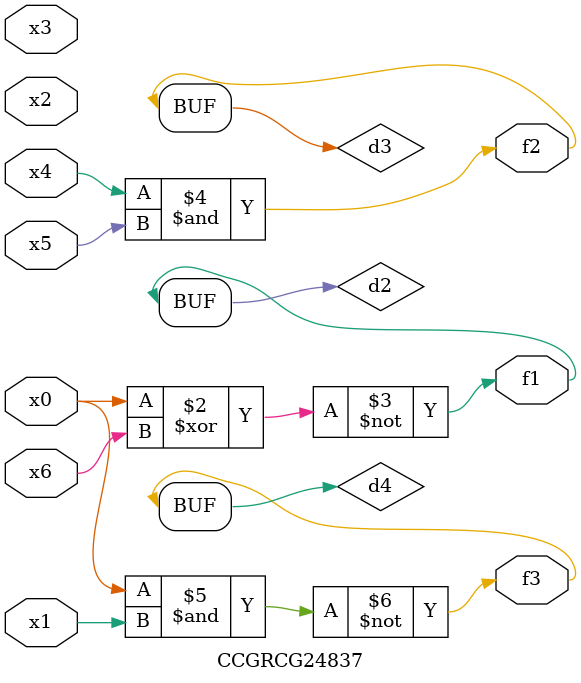
<source format=v>
module CCGRCG24837(
	input x0, x1, x2, x3, x4, x5, x6,
	output f1, f2, f3
);

	wire d1, d2, d3, d4;

	nor (d1, x0);
	xnor (d2, x0, x6);
	and (d3, x4, x5);
	nand (d4, x0, x1);
	assign f1 = d2;
	assign f2 = d3;
	assign f3 = d4;
endmodule

</source>
